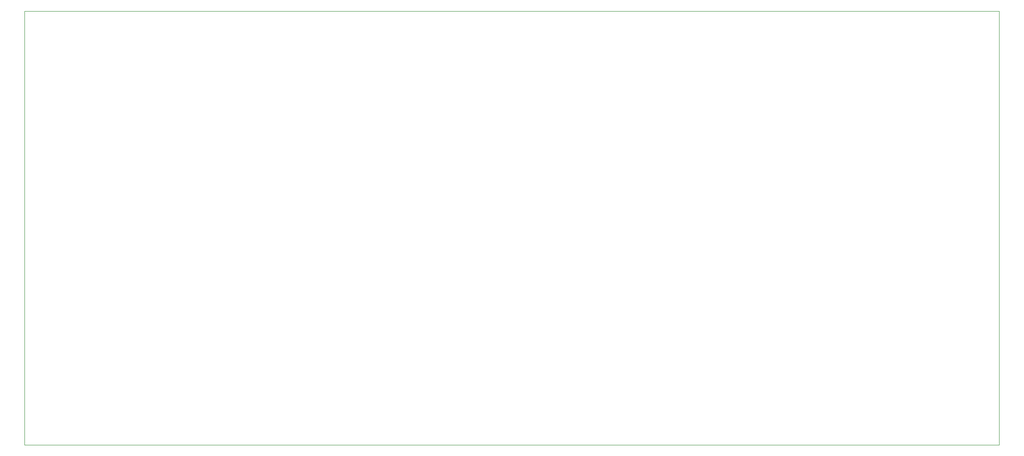
<source format=gbr>
%TF.GenerationSoftware,KiCad,Pcbnew,(6.0.7)*%
%TF.CreationDate,2022-08-07T08:27:23-07:00*%
%TF.ProjectId,isa_board,6973615f-626f-4617-9264-2e6b69636164,rev?*%
%TF.SameCoordinates,Original*%
%TF.FileFunction,Profile,NP*%
%FSLAX46Y46*%
G04 Gerber Fmt 4.6, Leading zero omitted, Abs format (unit mm)*
G04 Created by KiCad (PCBNEW (6.0.7)) date 2022-08-07 08:27:23*
%MOMM*%
%LPD*%
G01*
G04 APERTURE LIST*
%TA.AperFunction,Profile*%
%ADD10C,0.100000*%
%TD*%
G04 APERTURE END LIST*
D10*
X227100000Y-36410000D02*
X41680000Y-36410000D01*
X41680000Y-118960000D02*
X227100000Y-118960000D01*
X41680000Y-36410000D02*
X41680000Y-55460000D01*
X41680000Y-118960000D02*
X41680000Y-55460000D01*
X227100000Y-118960000D02*
X227100000Y-36410000D01*
M02*

</source>
